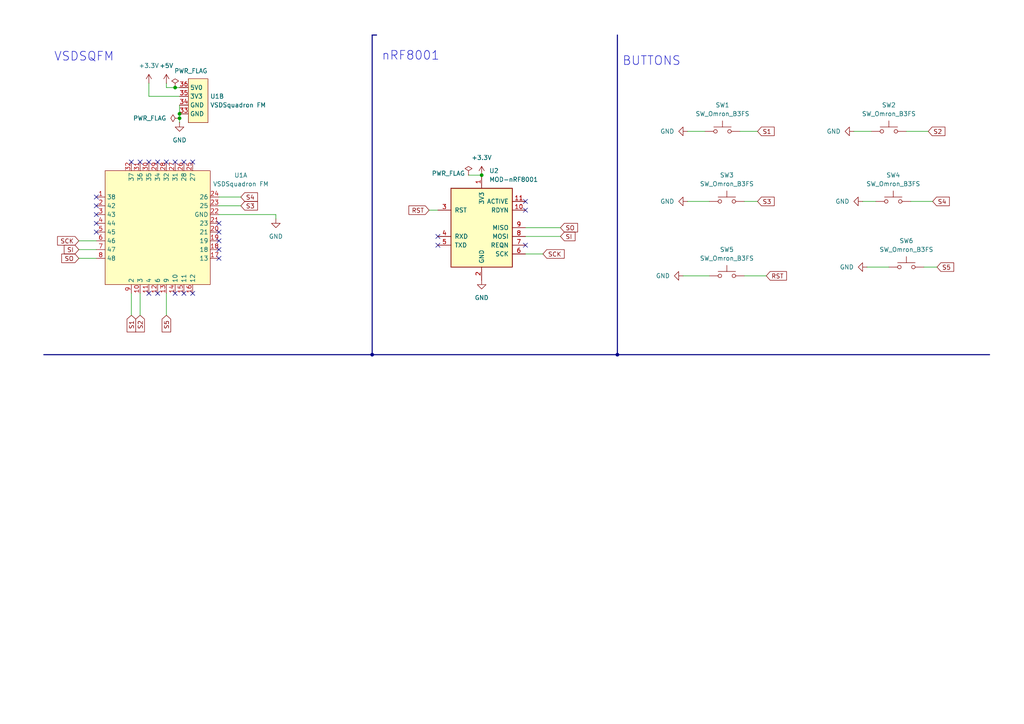
<source format=kicad_sch>
(kicad_sch
	(version 20231120)
	(generator "eeschema")
	(generator_version "8.0")
	(uuid "49c777d2-d794-4831-8e3b-c0682b76e1fb")
	(paper "A4")
	(title_block
		(title "VSD Squadron FM nRF8011")
		(date "2025-01-17")
		(rev "0.1")
		(company "VLSI SYSTEMS DESIGN")
	)
	(lib_symbols
		(symbol "RF_Bluetooth:MOD-nRF8001"
			(pin_names
				(offset 1.016)
			)
			(exclude_from_sim no)
			(in_bom yes)
			(on_board yes)
			(property "Reference" "U"
				(at -7.62 12.7 0)
				(effects
					(font
						(size 1.27 1.27)
					)
				)
			)
			(property "Value" "MOD-nRF8001"
				(at 7.62 -12.7 0)
				(effects
					(font
						(size 1.27 1.27)
					)
				)
			)
			(property "Footprint" "RF_Module:MOD-nRF8001"
				(at 1.27 1.27 0)
				(effects
					(font
						(size 1.27 1.27)
					)
					(hide yes)
				)
			)
			(property "Datasheet" "https://www.olimex.com/Products/Modules/RF/MOD-nRF8001/"
				(at 1.27 0 0)
				(effects
					(font
						(size 1.27 1.27)
					)
					(hide yes)
				)
			)
			(property "Description" "Bluetooth Low Energy module based on nRF8001 chipset"
				(at 0 0 0)
				(effects
					(font
						(size 1.27 1.27)
					)
					(hide yes)
				)
			)
			(property "ki_keywords" "Bluetooth Low Energy nRF8001"
				(at 0 0 0)
				(effects
					(font
						(size 1.27 1.27)
					)
					(hide yes)
				)
			)
			(property "ki_fp_filters" "MOD?nRF8001*"
				(at 0 0 0)
				(effects
					(font
						(size 1.27 1.27)
					)
					(hide yes)
				)
			)
			(symbol "MOD-nRF8001_0_1"
				(rectangle
					(start -8.89 11.43)
					(end 8.89 -11.43)
					(stroke
						(width 0.254)
						(type default)
					)
					(fill
						(type background)
					)
				)
			)
			(symbol "MOD-nRF8001_1_1"
				(pin power_in line
					(at 0 15.24 270)
					(length 3.81)
					(name "3V3"
						(effects
							(font
								(size 1.27 1.27)
							)
						)
					)
					(number "1"
						(effects
							(font
								(size 1.27 1.27)
							)
						)
					)
				)
				(pin output line
					(at 12.7 5.08 180)
					(length 3.81)
					(name "RDYN"
						(effects
							(font
								(size 1.27 1.27)
							)
						)
					)
					(number "10"
						(effects
							(font
								(size 1.27 1.27)
							)
						)
					)
				)
				(pin output line
					(at 12.7 7.62 180)
					(length 3.81)
					(name "ACTIVE"
						(effects
							(font
								(size 1.27 1.27)
							)
						)
					)
					(number "11"
						(effects
							(font
								(size 1.27 1.27)
							)
						)
					)
				)
				(pin power_in line
					(at 0 -15.24 90)
					(length 3.81)
					(name "GND"
						(effects
							(font
								(size 1.27 1.27)
							)
						)
					)
					(number "2"
						(effects
							(font
								(size 1.27 1.27)
							)
						)
					)
				)
				(pin input line
					(at -12.7 5.08 0)
					(length 3.81)
					(name "RST"
						(effects
							(font
								(size 1.27 1.27)
							)
						)
					)
					(number "3"
						(effects
							(font
								(size 1.27 1.27)
							)
						)
					)
				)
				(pin input line
					(at -12.7 -2.54 0)
					(length 3.81)
					(name "RXD"
						(effects
							(font
								(size 1.27 1.27)
							)
						)
					)
					(number "4"
						(effects
							(font
								(size 1.27 1.27)
							)
						)
					)
				)
				(pin output line
					(at -12.7 -5.08 0)
					(length 3.81)
					(name "TXD"
						(effects
							(font
								(size 1.27 1.27)
							)
						)
					)
					(number "5"
						(effects
							(font
								(size 1.27 1.27)
							)
						)
					)
				)
				(pin input line
					(at 12.7 -7.62 180)
					(length 3.81)
					(name "SCK"
						(effects
							(font
								(size 1.27 1.27)
							)
						)
					)
					(number "6"
						(effects
							(font
								(size 1.27 1.27)
							)
						)
					)
				)
				(pin input line
					(at 12.7 -5.08 180)
					(length 3.81)
					(name "REQN"
						(effects
							(font
								(size 1.27 1.27)
							)
						)
					)
					(number "7"
						(effects
							(font
								(size 1.27 1.27)
							)
						)
					)
				)
				(pin input line
					(at 12.7 -2.54 180)
					(length 3.81)
					(name "MOSI"
						(effects
							(font
								(size 1.27 1.27)
							)
						)
					)
					(number "8"
						(effects
							(font
								(size 1.27 1.27)
							)
						)
					)
				)
				(pin output line
					(at 12.7 0 180)
					(length 3.81)
					(name "MISO"
						(effects
							(font
								(size 1.27 1.27)
							)
						)
					)
					(number "9"
						(effects
							(font
								(size 1.27 1.27)
							)
						)
					)
				)
			)
		)
		(symbol "Switch:SW_Omron_B3FS"
			(pin_numbers hide)
			(pin_names
				(offset 1.016) hide)
			(exclude_from_sim no)
			(in_bom yes)
			(on_board yes)
			(property "Reference" "SW"
				(at 1.27 2.54 0)
				(effects
					(font
						(size 1.27 1.27)
					)
					(justify left)
				)
			)
			(property "Value" "SW_Omron_B3FS"
				(at 0 -1.524 0)
				(effects
					(font
						(size 1.27 1.27)
					)
				)
			)
			(property "Footprint" ""
				(at 0 5.08 0)
				(effects
					(font
						(size 1.27 1.27)
					)
					(hide yes)
				)
			)
			(property "Datasheet" "https://omronfs.omron.com/en_US/ecb/products/pdf/en-b3fs.pdf"
				(at 0 5.08 0)
				(effects
					(font
						(size 1.27 1.27)
					)
					(hide yes)
				)
			)
			(property "Description" "Omron B3FS 6x6mm single pole normally-open tactile switch"
				(at 0 0 0)
				(effects
					(font
						(size 1.27 1.27)
					)
					(hide yes)
				)
			)
			(property "ki_keywords" "switch normally-open pushbutton push-button"
				(at 0 0 0)
				(effects
					(font
						(size 1.27 1.27)
					)
					(hide yes)
				)
			)
			(property "ki_fp_filters" "SW*Omron*B3FS*"
				(at 0 0 0)
				(effects
					(font
						(size 1.27 1.27)
					)
					(hide yes)
				)
			)
			(symbol "SW_Omron_B3FS_0_1"
				(circle
					(center -2.032 0)
					(radius 0.508)
					(stroke
						(width 0)
						(type default)
					)
					(fill
						(type none)
					)
				)
				(polyline
					(pts
						(xy 0 1.27) (xy 0 3.048)
					)
					(stroke
						(width 0)
						(type default)
					)
					(fill
						(type none)
					)
				)
				(polyline
					(pts
						(xy 2.54 1.27) (xy -2.54 1.27)
					)
					(stroke
						(width 0)
						(type default)
					)
					(fill
						(type none)
					)
				)
				(circle
					(center 2.032 0)
					(radius 0.508)
					(stroke
						(width 0)
						(type default)
					)
					(fill
						(type none)
					)
				)
				(pin passive line
					(at -5.08 0 0)
					(length 2.54)
					(name "1"
						(effects
							(font
								(size 1.27 1.27)
							)
						)
					)
					(number "1"
						(effects
							(font
								(size 1.27 1.27)
							)
						)
					)
				)
				(pin passive line
					(at 5.08 0 180)
					(length 2.54)
					(name "2"
						(effects
							(font
								(size 1.27 1.27)
							)
						)
					)
					(number "2"
						(effects
							(font
								(size 1.27 1.27)
							)
						)
					)
				)
			)
		)
		(symbol "VSDSquadron_FM:VSDSquadron_FM"
			(exclude_from_sim no)
			(in_bom yes)
			(on_board yes)
			(property "Reference" "U"
				(at -9.398 10.668 0)
				(effects
					(font
						(size 1.27 1.27)
					)
				)
			)
			(property "Value" "VSDSquadron FM"
				(at 2.921 8.509 0)
				(effects
					(font
						(size 1.27 1.27)
					)
				)
			)
			(property "Footprint" "VSDsquadron_FM:VSDSquadron_FM"
				(at 7.747 -2.921 0)
				(effects
					(font
						(size 1.27 1.27)
					)
					(hide yes)
				)
			)
			(property "Datasheet" "https://github.com/yathAg/VSDSquadron_FM"
				(at -1.143 -2.921 0)
				(effects
					(font
						(size 1.27 1.27)
					)
					(hide yes)
				)
			)
			(property "Description" ""
				(at -12.7 15.24 0)
				(effects
					(font
						(size 1.27 1.27)
					)
					(hide yes)
				)
			)
			(property "ki_locked" ""
				(at 0 0 0)
				(effects
					(font
						(size 1.27 1.27)
					)
				)
			)
			(symbol "VSDSquadron_FM_1_0"
				(pin bidirectional line
					(at -2.54 -17.78 90)
					(length 2.54)
					(name "3"
						(effects
							(font
								(size 1.27 1.27)
							)
						)
					)
					(number "10"
						(effects
							(font
								(size 1.27 1.27)
							)
						)
					)
				)
				(pin bidirectional line
					(at 0 -17.78 90)
					(length 2.54)
					(name "4"
						(effects
							(font
								(size 1.27 1.27)
							)
						)
					)
					(number "11"
						(effects
							(font
								(size 1.27 1.27)
							)
						)
					)
				)
				(pin bidirectional line
					(at 2.54 -17.78 90)
					(length 2.54)
					(name "6"
						(effects
							(font
								(size 1.27 1.27)
							)
						)
					)
					(number "12"
						(effects
							(font
								(size 1.27 1.27)
							)
						)
					)
				)
				(pin bidirectional line
					(at 5.08 -17.78 90)
					(length 2.54)
					(name "9"
						(effects
							(font
								(size 1.27 1.27)
							)
						)
					)
					(number "13"
						(effects
							(font
								(size 1.27 1.27)
							)
						)
					)
				)
				(pin bidirectional line
					(at 7.62 -17.78 90)
					(length 2.54)
					(name "10"
						(effects
							(font
								(size 1.27 1.27)
							)
						)
					)
					(number "14"
						(effects
							(font
								(size 1.27 1.27)
							)
						)
					)
				)
				(pin bidirectional line
					(at 20.32 -7.62 180)
					(length 2.54)
					(name "13"
						(effects
							(font
								(size 1.27 1.27)
							)
						)
					)
					(number "17"
						(effects
							(font
								(size 1.27 1.27)
							)
						)
					)
				)
				(pin bidirectional line
					(at 20.32 -5.08 180)
					(length 2.54)
					(name "18"
						(effects
							(font
								(size 1.27 1.27)
							)
						)
					)
					(number "18"
						(effects
							(font
								(size 1.27 1.27)
							)
						)
					)
				)
				(pin bidirectional line
					(at 20.32 -2.54 180)
					(length 2.54)
					(name "19"
						(effects
							(font
								(size 1.27 1.27)
							)
						)
					)
					(number "19"
						(effects
							(font
								(size 1.27 1.27)
							)
						)
					)
				)
				(pin bidirectional line
					(at 20.32 0 180)
					(length 2.54)
					(name "21"
						(effects
							(font
								(size 1.27 1.27)
							)
						)
					)
					(number "20"
						(effects
							(font
								(size 1.27 1.27)
							)
						)
					)
				)
				(pin bidirectional line
					(at 20.32 2.54 180)
					(length 2.54)
					(name "23"
						(effects
							(font
								(size 1.27 1.27)
							)
						)
					)
					(number "21"
						(effects
							(font
								(size 1.27 1.27)
							)
						)
					)
				)
				(pin power_in line
					(at 20.32 5.08 180)
					(length 2.54)
					(name "GND"
						(effects
							(font
								(size 1.27 1.27)
							)
						)
					)
					(number "22"
						(effects
							(font
								(size 1.27 1.27)
							)
						)
					)
				)
				(pin bidirectional line
					(at 20.32 7.62 180)
					(length 2.54)
					(name "25"
						(effects
							(font
								(size 1.27 1.27)
							)
						)
					)
					(number "23"
						(effects
							(font
								(size 1.27 1.27)
							)
						)
					)
				)
				(pin bidirectional line
					(at 20.32 10.16 180)
					(length 2.54)
					(name "26"
						(effects
							(font
								(size 1.27 1.27)
							)
						)
					)
					(number "24"
						(effects
							(font
								(size 1.27 1.27)
							)
						)
					)
				)
				(pin bidirectional line
					(at 12.7 20.32 270)
					(length 2.54)
					(name "27"
						(effects
							(font
								(size 1.27 1.27)
							)
						)
					)
					(number "25"
						(effects
							(font
								(size 1.27 1.27)
							)
						)
					)
				)
				(pin bidirectional line
					(at 10.16 20.32 270)
					(length 2.54)
					(name "28"
						(effects
							(font
								(size 1.27 1.27)
							)
						)
					)
					(number "26"
						(effects
							(font
								(size 1.27 1.27)
							)
						)
					)
				)
				(pin bidirectional line
					(at 2.54 20.32 270)
					(length 2.54)
					(name "34"
						(effects
							(font
								(size 1.27 1.27)
							)
						)
					)
					(number "29"
						(effects
							(font
								(size 1.27 1.27)
							)
						)
					)
				)
				(pin bidirectional line
					(at -15.24 5.08 0)
					(length 2.54)
					(name "43"
						(effects
							(font
								(size 1.27 1.27)
							)
						)
					)
					(number "3"
						(effects
							(font
								(size 1.27 1.27)
							)
						)
					)
				)
				(pin bidirectional line
					(at 0 20.32 270)
					(length 2.54)
					(name "35"
						(effects
							(font
								(size 1.27 1.27)
							)
						)
					)
					(number "30"
						(effects
							(font
								(size 1.27 1.27)
							)
						)
					)
				)
				(pin bidirectional line
					(at -2.54 20.32 270)
					(length 2.54)
					(name "36"
						(effects
							(font
								(size 1.27 1.27)
							)
						)
					)
					(number "31"
						(effects
							(font
								(size 1.27 1.27)
							)
						)
					)
				)
				(pin bidirectional line
					(at -5.08 20.32 270)
					(length 2.54)
					(name "37"
						(effects
							(font
								(size 1.27 1.27)
							)
						)
					)
					(number "32"
						(effects
							(font
								(size 1.27 1.27)
							)
						)
					)
				)
				(pin bidirectional line
					(at -15.24 2.54 0)
					(length 2.54)
					(name "44"
						(effects
							(font
								(size 1.27 1.27)
							)
						)
					)
					(number "4"
						(effects
							(font
								(size 1.27 1.27)
							)
						)
					)
				)
				(pin bidirectional line
					(at -15.24 0 0)
					(length 2.54)
					(name "45"
						(effects
							(font
								(size 1.27 1.27)
							)
						)
					)
					(number "5"
						(effects
							(font
								(size 1.27 1.27)
							)
						)
					)
				)
				(pin bidirectional line
					(at -15.24 -2.54 0)
					(length 2.54)
					(name "46"
						(effects
							(font
								(size 1.27 1.27)
							)
						)
					)
					(number "6"
						(effects
							(font
								(size 1.27 1.27)
							)
						)
					)
				)
				(pin bidirectional line
					(at -15.24 -5.08 0)
					(length 2.54)
					(name "47"
						(effects
							(font
								(size 1.27 1.27)
							)
						)
					)
					(number "7"
						(effects
							(font
								(size 1.27 1.27)
							)
						)
					)
				)
			)
			(symbol "VSDSquadron_FM_1_1"
				(rectangle
					(start -12.7 17.78)
					(end 17.78 -15.24)
					(stroke
						(width 0)
						(type default)
					)
					(fill
						(type background)
					)
				)
				(pin bidirectional line
					(at -15.24 10.16 0)
					(length 2.54)
					(name "38"
						(effects
							(font
								(size 1.27 1.27)
							)
						)
					)
					(number "1"
						(effects
							(font
								(size 1.27 1.27)
							)
						)
					)
				)
				(pin bidirectional line
					(at 10.16 -17.78 90)
					(length 2.54)
					(name "11"
						(effects
							(font
								(size 1.27 1.27)
							)
						)
					)
					(number "15"
						(effects
							(font
								(size 1.27 1.27)
							)
						)
					)
				)
				(pin bidirectional line
					(at 12.7 -17.78 90)
					(length 2.54)
					(name "12"
						(effects
							(font
								(size 1.27 1.27)
							)
						)
					)
					(number "16"
						(effects
							(font
								(size 1.27 1.27)
							)
						)
					)
				)
				(pin bidirectional line
					(at -15.24 7.62 0)
					(length 2.54)
					(name "42"
						(effects
							(font
								(size 1.27 1.27)
							)
						)
					)
					(number "2"
						(effects
							(font
								(size 1.27 1.27)
							)
						)
					)
				)
				(pin bidirectional line
					(at 7.62 20.32 270)
					(length 2.54)
					(name "31"
						(effects
							(font
								(size 1.27 1.27)
							)
						)
					)
					(number "27"
						(effects
							(font
								(size 1.27 1.27)
							)
						)
					)
				)
				(pin bidirectional line
					(at 5.08 20.32 270)
					(length 2.54)
					(name "32"
						(effects
							(font
								(size 1.27 1.27)
							)
						)
					)
					(number "28"
						(effects
							(font
								(size 1.27 1.27)
							)
						)
					)
				)
				(pin bidirectional line
					(at -15.24 -7.62 0)
					(length 2.54)
					(name "48"
						(effects
							(font
								(size 1.27 1.27)
							)
						)
					)
					(number "8"
						(effects
							(font
								(size 1.27 1.27)
							)
						)
					)
				)
				(pin bidirectional line
					(at -5.08 -17.78 90)
					(length 2.54)
					(name "2"
						(effects
							(font
								(size 1.27 1.27)
							)
						)
					)
					(number "9"
						(effects
							(font
								(size 1.27 1.27)
							)
						)
					)
				)
			)
			(symbol "VSDSquadron_FM_2_1"
				(rectangle
					(start -2.54 2.54)
					(end 3.175 -10.16)
					(stroke
						(width 0)
						(type default)
					)
					(fill
						(type background)
					)
				)
				(pin power_in line
					(at -5.08 -7.62 0)
					(length 2.54)
					(name "GND"
						(effects
							(font
								(size 1.27 1.27)
							)
						)
					)
					(number "33"
						(effects
							(font
								(size 1.27 1.27)
							)
						)
					)
				)
				(pin power_in line
					(at -5.08 -5.08 0)
					(length 2.54)
					(name "GND"
						(effects
							(font
								(size 1.27 1.27)
							)
						)
					)
					(number "34"
						(effects
							(font
								(size 1.27 1.27)
							)
						)
					)
				)
				(pin power_in line
					(at -5.08 -2.54 0)
					(length 2.54)
					(name "3V3"
						(effects
							(font
								(size 1.27 1.27)
							)
						)
					)
					(number "35"
						(effects
							(font
								(size 1.27 1.27)
							)
						)
					)
				)
				(pin power_in line
					(at -5.08 0 0)
					(length 2.54)
					(name "5V0"
						(effects
							(font
								(size 1.27 1.27)
							)
						)
					)
					(number "36"
						(effects
							(font
								(size 1.27 1.27)
							)
						)
					)
				)
			)
		)
		(symbol "power:+3.3V"
			(power)
			(pin_numbers hide)
			(pin_names
				(offset 0) hide)
			(exclude_from_sim no)
			(in_bom yes)
			(on_board yes)
			(property "Reference" "#PWR"
				(at 0 -3.81 0)
				(effects
					(font
						(size 1.27 1.27)
					)
					(hide yes)
				)
			)
			(property "Value" "+3.3V"
				(at 0 3.556 0)
				(effects
					(font
						(size 1.27 1.27)
					)
				)
			)
			(property "Footprint" ""
				(at 0 0 0)
				(effects
					(font
						(size 1.27 1.27)
					)
					(hide yes)
				)
			)
			(property "Datasheet" ""
				(at 0 0 0)
				(effects
					(font
						(size 1.27 1.27)
					)
					(hide yes)
				)
			)
			(property "Description" "Power symbol creates a global label with name \"+3.3V\""
				(at 0 0 0)
				(effects
					(font
						(size 1.27 1.27)
					)
					(hide yes)
				)
			)
			(property "ki_keywords" "global power"
				(at 0 0 0)
				(effects
					(font
						(size 1.27 1.27)
					)
					(hide yes)
				)
			)
			(symbol "+3.3V_0_1"
				(polyline
					(pts
						(xy -0.762 1.27) (xy 0 2.54)
					)
					(stroke
						(width 0)
						(type default)
					)
					(fill
						(type none)
					)
				)
				(polyline
					(pts
						(xy 0 0) (xy 0 2.54)
					)
					(stroke
						(width 0)
						(type default)
					)
					(fill
						(type none)
					)
				)
				(polyline
					(pts
						(xy 0 2.54) (xy 0.762 1.27)
					)
					(stroke
						(width 0)
						(type default)
					)
					(fill
						(type none)
					)
				)
			)
			(symbol "+3.3V_1_1"
				(pin power_in line
					(at 0 0 90)
					(length 0)
					(name "~"
						(effects
							(font
								(size 1.27 1.27)
							)
						)
					)
					(number "1"
						(effects
							(font
								(size 1.27 1.27)
							)
						)
					)
				)
			)
		)
		(symbol "power:+5V"
			(power)
			(pin_numbers hide)
			(pin_names
				(offset 0) hide)
			(exclude_from_sim no)
			(in_bom yes)
			(on_board yes)
			(property "Reference" "#PWR"
				(at 0 -3.81 0)
				(effects
					(font
						(size 1.27 1.27)
					)
					(hide yes)
				)
			)
			(property "Value" "+5V"
				(at 0 3.556 0)
				(effects
					(font
						(size 1.27 1.27)
					)
				)
			)
			(property "Footprint" ""
				(at 0 0 0)
				(effects
					(font
						(size 1.27 1.27)
					)
					(hide yes)
				)
			)
			(property "Datasheet" ""
				(at 0 0 0)
				(effects
					(font
						(size 1.27 1.27)
					)
					(hide yes)
				)
			)
			(property "Description" "Power symbol creates a global label with name \"+5V\""
				(at 0 0 0)
				(effects
					(font
						(size 1.27 1.27)
					)
					(hide yes)
				)
			)
			(property "ki_keywords" "global power"
				(at 0 0 0)
				(effects
					(font
						(size 1.27 1.27)
					)
					(hide yes)
				)
			)
			(symbol "+5V_0_1"
				(polyline
					(pts
						(xy -0.762 1.27) (xy 0 2.54)
					)
					(stroke
						(width 0)
						(type default)
					)
					(fill
						(type none)
					)
				)
				(polyline
					(pts
						(xy 0 0) (xy 0 2.54)
					)
					(stroke
						(width 0)
						(type default)
					)
					(fill
						(type none)
					)
				)
				(polyline
					(pts
						(xy 0 2.54) (xy 0.762 1.27)
					)
					(stroke
						(width 0)
						(type default)
					)
					(fill
						(type none)
					)
				)
			)
			(symbol "+5V_1_1"
				(pin power_in line
					(at 0 0 90)
					(length 0)
					(name "~"
						(effects
							(font
								(size 1.27 1.27)
							)
						)
					)
					(number "1"
						(effects
							(font
								(size 1.27 1.27)
							)
						)
					)
				)
			)
		)
		(symbol "power:GND"
			(power)
			(pin_numbers hide)
			(pin_names
				(offset 0) hide)
			(exclude_from_sim no)
			(in_bom yes)
			(on_board yes)
			(property "Reference" "#PWR"
				(at 0 -6.35 0)
				(effects
					(font
						(size 1.27 1.27)
					)
					(hide yes)
				)
			)
			(property "Value" "GND"
				(at 0 -3.81 0)
				(effects
					(font
						(size 1.27 1.27)
					)
				)
			)
			(property "Footprint" ""
				(at 0 0 0)
				(effects
					(font
						(size 1.27 1.27)
					)
					(hide yes)
				)
			)
			(property "Datasheet" ""
				(at 0 0 0)
				(effects
					(font
						(size 1.27 1.27)
					)
					(hide yes)
				)
			)
			(property "Description" "Power symbol creates a global label with name \"GND\" , ground"
				(at 0 0 0)
				(effects
					(font
						(size 1.27 1.27)
					)
					(hide yes)
				)
			)
			(property "ki_keywords" "global power"
				(at 0 0 0)
				(effects
					(font
						(size 1.27 1.27)
					)
					(hide yes)
				)
			)
			(symbol "GND_0_1"
				(polyline
					(pts
						(xy 0 0) (xy 0 -1.27) (xy 1.27 -1.27) (xy 0 -2.54) (xy -1.27 -1.27) (xy 0 -1.27)
					)
					(stroke
						(width 0)
						(type default)
					)
					(fill
						(type none)
					)
				)
			)
			(symbol "GND_1_1"
				(pin power_in line
					(at 0 0 270)
					(length 0)
					(name "~"
						(effects
							(font
								(size 1.27 1.27)
							)
						)
					)
					(number "1"
						(effects
							(font
								(size 1.27 1.27)
							)
						)
					)
				)
			)
		)
		(symbol "power:PWR_FLAG"
			(power)
			(pin_numbers hide)
			(pin_names
				(offset 0) hide)
			(exclude_from_sim no)
			(in_bom yes)
			(on_board yes)
			(property "Reference" "#FLG"
				(at 0 1.905 0)
				(effects
					(font
						(size 1.27 1.27)
					)
					(hide yes)
				)
			)
			(property "Value" "PWR_FLAG"
				(at 0 3.81 0)
				(effects
					(font
						(size 1.27 1.27)
					)
				)
			)
			(property "Footprint" ""
				(at 0 0 0)
				(effects
					(font
						(size 1.27 1.27)
					)
					(hide yes)
				)
			)
			(property "Datasheet" "~"
				(at 0 0 0)
				(effects
					(font
						(size 1.27 1.27)
					)
					(hide yes)
				)
			)
			(property "Description" "Special symbol for telling ERC where power comes from"
				(at 0 0 0)
				(effects
					(font
						(size 1.27 1.27)
					)
					(hide yes)
				)
			)
			(property "ki_keywords" "flag power"
				(at 0 0 0)
				(effects
					(font
						(size 1.27 1.27)
					)
					(hide yes)
				)
			)
			(symbol "PWR_FLAG_0_0"
				(pin power_out line
					(at 0 0 90)
					(length 0)
					(name "~"
						(effects
							(font
								(size 1.27 1.27)
							)
						)
					)
					(number "1"
						(effects
							(font
								(size 1.27 1.27)
							)
						)
					)
				)
			)
			(symbol "PWR_FLAG_0_1"
				(polyline
					(pts
						(xy 0 0) (xy 0 1.27) (xy -1.016 1.905) (xy 0 2.54) (xy 1.016 1.905) (xy 0 1.27)
					)
					(stroke
						(width 0)
						(type default)
					)
					(fill
						(type none)
					)
				)
			)
		)
	)
	(junction
		(at 50.8 25.4)
		(diameter 0)
		(color 0 0 0 0)
		(uuid "11f8159d-6f60-4fdd-afe9-33bb101953e1")
	)
	(junction
		(at 52.07 33.02)
		(diameter 0)
		(color 0 0 0 0)
		(uuid "21712025-8ed2-4ada-a617-6f746ebe5ce7")
	)
	(junction
		(at 107.95 102.87)
		(diameter 0)
		(color 0 0 0 0)
		(uuid "3f94077b-637e-4f6b-a382-5b06c6f87592")
	)
	(junction
		(at 179.07 102.87)
		(diameter 0)
		(color 0 0 0 0)
		(uuid "79eaff45-9521-48dc-b18c-36fd009e6466")
	)
	(junction
		(at 139.7 50.8)
		(diameter 0)
		(color 0 0 0 0)
		(uuid "8e250662-9419-4559-96a6-db02b12d206b")
	)
	(junction
		(at 52.07 34.29)
		(diameter 0)
		(color 0 0 0 0)
		(uuid "95aa4443-37b4-4210-9750-2cc13856b635")
	)
	(no_connect
		(at 27.94 62.23)
		(uuid "06c6f99f-7b8b-40ae-b373-c49d25044930")
	)
	(no_connect
		(at 27.94 67.31)
		(uuid "0c21d623-8322-41c9-99fb-c00882ab88cf")
	)
	(no_connect
		(at 127 68.58)
		(uuid "128f9093-cc46-47ba-ad8e-d396139478e2")
	)
	(no_connect
		(at 27.94 59.69)
		(uuid "168a6d20-d770-42a9-8aa5-6f78a8a49e8d")
	)
	(no_connect
		(at 45.72 46.99)
		(uuid "1f8f1808-fbc9-4f61-abf9-046dc5008830")
	)
	(no_connect
		(at 63.5 69.85)
		(uuid "21f142aa-16f4-45f7-a6b1-0593b74a4d10")
	)
	(no_connect
		(at 43.18 85.09)
		(uuid "2595d75b-2897-434a-be77-9bff1c4a09a9")
	)
	(no_connect
		(at 152.4 60.96)
		(uuid "2a032d6c-b1ad-45a7-aef0-701c2addf0cd")
	)
	(no_connect
		(at 50.8 85.09)
		(uuid "2da6f68f-c3ea-4b30-950c-3cc4aca07ff4")
	)
	(no_connect
		(at 63.5 64.77)
		(uuid "32682e38-4f21-490d-8c27-f80e780a3846")
	)
	(no_connect
		(at 53.34 85.09)
		(uuid "3ce379a8-7519-4e0d-94d2-94056cc5ec3f")
	)
	(no_connect
		(at 55.88 85.09)
		(uuid "3ef304f1-098d-486d-b6ff-a42e242a7616")
	)
	(no_connect
		(at 55.88 46.99)
		(uuid "4286094d-b09d-4766-acb7-4b29baf805a8")
	)
	(no_connect
		(at 48.26 46.99)
		(uuid "47059be1-4eea-49a7-b99b-5863c63d35a4")
	)
	(no_connect
		(at 27.94 57.15)
		(uuid "48158448-71b1-486f-a253-b50eecbfdf55")
	)
	(no_connect
		(at 152.4 58.42)
		(uuid "49040f8d-f451-4125-9844-729c9a8b42e3")
	)
	(no_connect
		(at 63.5 67.31)
		(uuid "50458c6d-124f-44f2-b031-6d78313a4a2c")
	)
	(no_connect
		(at 53.34 46.99)
		(uuid "528d59fa-deac-4d81-b448-b2500d88e6e8")
	)
	(no_connect
		(at 63.5 72.39)
		(uuid "5d6d40d0-dc66-427f-bfd0-647a2d639f2a")
	)
	(no_connect
		(at 38.1 46.99)
		(uuid "6804ecf5-8c1b-412b-84f4-69c9172f4dcf")
	)
	(no_connect
		(at 152.4 71.12)
		(uuid "88da4a0f-8325-4d62-b56f-c910631039a1")
	)
	(no_connect
		(at 43.18 46.99)
		(uuid "89fd7100-f71d-4788-9e5a-d0f1fcab2657")
	)
	(no_connect
		(at 40.64 46.99)
		(uuid "93c0a88b-9d5a-4e4a-98f2-686cd4ee0215")
	)
	(no_connect
		(at 63.5 74.93)
		(uuid "a4136594-f709-4ca8-a54a-674ca43c9415")
	)
	(no_connect
		(at 127 71.12)
		(uuid "c7c70ed5-49e3-4e3a-9884-efcd2bd2ba6a")
	)
	(no_connect
		(at 45.72 85.09)
		(uuid "ca215542-a43f-468d-aae3-75b040e718f6")
	)
	(no_connect
		(at 27.94 64.77)
		(uuid "ddcc013d-35cc-40e3-b7fa-a7080d6b6865")
	)
	(no_connect
		(at 50.8 46.99)
		(uuid "e227605c-6010-44a6-95cc-ca2dac512878")
	)
	(wire
		(pts
			(xy 199.39 38.1) (xy 204.47 38.1)
		)
		(stroke
			(width 0)
			(type default)
		)
		(uuid "026955e8-7e1d-4d2e-8d80-d0ec0460b939")
	)
	(wire
		(pts
			(xy 40.64 85.09) (xy 40.64 91.44)
		)
		(stroke
			(width 0)
			(type default)
		)
		(uuid "033a7293-fd0f-488b-9bbb-34cffe662baf")
	)
	(bus
		(pts
			(xy 179.07 102.87) (xy 287.02 102.87)
		)
		(stroke
			(width 0)
			(type default)
		)
		(uuid "0f98125c-47ac-4f2b-907c-1bdb0cf25a47")
	)
	(wire
		(pts
			(xy 22.86 72.39) (xy 27.94 72.39)
		)
		(stroke
			(width 0)
			(type default)
		)
		(uuid "15df14df-299b-4564-b4e9-9723e6307203")
	)
	(wire
		(pts
			(xy 43.18 24.13) (xy 43.18 27.94)
		)
		(stroke
			(width 0)
			(type default)
		)
		(uuid "165a5bf8-9f7c-4c9d-b1fd-a126acef0f18")
	)
	(wire
		(pts
			(xy 52.07 34.29) (xy 52.07 35.56)
		)
		(stroke
			(width 0)
			(type default)
		)
		(uuid "16c6e99d-b1dc-4307-8895-59b471654066")
	)
	(wire
		(pts
			(xy 162.56 66.04) (xy 152.4 66.04)
		)
		(stroke
			(width 0)
			(type default)
		)
		(uuid "1a48c72a-3ed1-4583-9c8e-ba77ea16ca40")
	)
	(wire
		(pts
			(xy 247.65 38.1) (xy 252.73 38.1)
		)
		(stroke
			(width 0)
			(type default)
		)
		(uuid "1e59a795-0464-4573-9184-4d0471912ac4")
	)
	(wire
		(pts
			(xy 48.26 24.13) (xy 48.26 25.4)
		)
		(stroke
			(width 0)
			(type default)
		)
		(uuid "1fb6ae1b-6ebf-4b9b-89b2-8cd6184f2ae5")
	)
	(wire
		(pts
			(xy 27.94 69.85) (xy 22.86 69.85)
		)
		(stroke
			(width 0)
			(type default)
		)
		(uuid "2161db17-b8c4-48e7-a083-b5a51a910456")
	)
	(wire
		(pts
			(xy 52.07 30.48) (xy 52.07 33.02)
		)
		(stroke
			(width 0)
			(type default)
		)
		(uuid "2904ec3e-01f9-4237-bdd8-88b3a8954afc")
	)
	(wire
		(pts
			(xy 198.12 80.01) (xy 205.74 80.01)
		)
		(stroke
			(width 0)
			(type default)
		)
		(uuid "2c851ccf-f3b0-42f0-a0d2-0836bea489c1")
	)
	(wire
		(pts
			(xy 52.07 33.02) (xy 52.07 34.29)
		)
		(stroke
			(width 0)
			(type default)
		)
		(uuid "37aad02e-1e33-4585-85d0-fd366a3d1ecc")
	)
	(wire
		(pts
			(xy 22.86 74.93) (xy 27.94 74.93)
		)
		(stroke
			(width 0)
			(type default)
		)
		(uuid "382b6f39-07b6-4f95-b995-81e3d9e0fdc2")
	)
	(wire
		(pts
			(xy 63.5 62.23) (xy 80.01 62.23)
		)
		(stroke
			(width 0)
			(type default)
		)
		(uuid "42a65875-75d2-4260-a247-43ac2d4fde23")
	)
	(wire
		(pts
			(xy 214.63 38.1) (xy 219.71 38.1)
		)
		(stroke
			(width 0)
			(type default)
		)
		(uuid "49c17406-d3fc-46ff-987b-3b13cce60b40")
	)
	(wire
		(pts
			(xy 63.5 59.69) (xy 69.85 59.69)
		)
		(stroke
			(width 0)
			(type default)
		)
		(uuid "4f9ae6b2-d5d3-45b9-a1f7-b0a68427bb27")
	)
	(wire
		(pts
			(xy 38.1 85.09) (xy 38.1 91.44)
		)
		(stroke
			(width 0)
			(type default)
		)
		(uuid "562b648c-6c3c-4131-9588-ef5145bc4a84")
	)
	(bus
		(pts
			(xy 12.7 102.87) (xy 107.95 102.87)
		)
		(stroke
			(width 0)
			(type default)
		)
		(uuid "5e73b5ed-2bd3-45ae-b55c-72b8a56ad306")
	)
	(wire
		(pts
			(xy 63.5 57.15) (xy 69.85 57.15)
		)
		(stroke
			(width 0)
			(type default)
		)
		(uuid "6746cf7a-70f0-4f2d-b4ff-0641a10cd18e")
	)
	(wire
		(pts
			(xy 48.26 85.09) (xy 48.26 91.44)
		)
		(stroke
			(width 0)
			(type default)
		)
		(uuid "87705966-e691-4133-b8b8-b60459a13c51")
	)
	(bus
		(pts
			(xy 179.07 10.16) (xy 179.07 102.87)
		)
		(stroke
			(width 0)
			(type default)
		)
		(uuid "89fcba66-4cd5-4644-a7ea-50bff8c78990")
	)
	(bus
		(pts
			(xy 107.95 102.87) (xy 179.07 102.87)
		)
		(stroke
			(width 0)
			(type default)
		)
		(uuid "8cab863a-a52b-47f3-9ce9-175cbefc5fc2")
	)
	(wire
		(pts
			(xy 152.4 68.58) (xy 162.56 68.58)
		)
		(stroke
			(width 0)
			(type default)
		)
		(uuid "95bceb65-f209-45d3-a17e-3b743b90473c")
	)
	(wire
		(pts
			(xy 124.46 60.96) (xy 127 60.96)
		)
		(stroke
			(width 0)
			(type default)
		)
		(uuid "99cbeeb3-3f6b-47b3-b7ae-cddf79968103")
	)
	(wire
		(pts
			(xy 215.9 58.42) (xy 219.71 58.42)
		)
		(stroke
			(width 0)
			(type default)
		)
		(uuid "9a9539c0-16c2-48ea-a9cb-4acde7bad92d")
	)
	(wire
		(pts
			(xy 250.19 58.42) (xy 254 58.42)
		)
		(stroke
			(width 0)
			(type default)
		)
		(uuid "9b7b3668-d13a-439d-9549-7de9e7065b0e")
	)
	(wire
		(pts
			(xy 48.26 25.4) (xy 50.8 25.4)
		)
		(stroke
			(width 0)
			(type default)
		)
		(uuid "a2a3abac-6ac5-41e0-aaea-4ac38e87b793")
	)
	(wire
		(pts
			(xy 43.18 27.94) (xy 52.07 27.94)
		)
		(stroke
			(width 0)
			(type default)
		)
		(uuid "a9e8603a-ce98-42ff-a9b2-61819e0f31fa")
	)
	(bus
		(pts
			(xy 107.95 102.87) (xy 107.95 10.16)
		)
		(stroke
			(width 0)
			(type default)
		)
		(uuid "a9ea07ff-eeaf-4141-95ae-e6edb2908fa9")
	)
	(wire
		(pts
			(xy 264.16 58.42) (xy 270.51 58.42)
		)
		(stroke
			(width 0)
			(type default)
		)
		(uuid "af8d8ec5-3857-4d24-b207-1ebb1a143368")
	)
	(wire
		(pts
			(xy 267.97 77.47) (xy 271.78 77.47)
		)
		(stroke
			(width 0)
			(type default)
		)
		(uuid "b4b248bc-0ba6-4b76-9aeb-49bc8ca3330f")
	)
	(wire
		(pts
			(xy 152.4 73.66) (xy 157.48 73.66)
		)
		(stroke
			(width 0)
			(type default)
		)
		(uuid "bd6d2956-9a1a-4846-af2c-8e068f43204b")
	)
	(wire
		(pts
			(xy 80.01 62.23) (xy 80.01 63.5)
		)
		(stroke
			(width 0)
			(type default)
		)
		(uuid "c653ad2d-e222-4484-a592-7e08eb7d21e3")
	)
	(wire
		(pts
			(xy 50.8 25.4) (xy 52.07 25.4)
		)
		(stroke
			(width 0)
			(type default)
		)
		(uuid "c75f5a29-77be-4d27-9664-590fe7d1ef72")
	)
	(wire
		(pts
			(xy 251.46 77.47) (xy 257.81 77.47)
		)
		(stroke
			(width 0)
			(type default)
		)
		(uuid "cb604078-4d7c-4087-91ad-72b05de3c6c9")
	)
	(bus
		(pts
			(xy 107.95 10.16) (xy 109.22 10.16)
		)
		(stroke
			(width 0)
			(type default)
		)
		(uuid "cda27b13-8d8c-4498-9806-ae437547b85f")
	)
	(wire
		(pts
			(xy 135.89 50.8) (xy 139.7 50.8)
		)
		(stroke
			(width 0)
			(type default)
		)
		(uuid "d6a02b98-4726-4f2f-9e02-69b427c64e06")
	)
	(wire
		(pts
			(xy 215.9 80.01) (xy 222.25 80.01)
		)
		(stroke
			(width 0)
			(type default)
		)
		(uuid "df83f933-40b4-4ddd-85b6-2860d144c767")
	)
	(wire
		(pts
			(xy 199.39 58.42) (xy 205.74 58.42)
		)
		(stroke
			(width 0)
			(type default)
		)
		(uuid "e32f90b7-7e3a-4e37-a87d-5b210d60b90d")
	)
	(wire
		(pts
			(xy 262.89 38.1) (xy 269.24 38.1)
		)
		(stroke
			(width 0)
			(type default)
		)
		(uuid "f02d0dcb-2e9d-43ed-bbae-5447eed23cbe")
	)
	(text "BUTTONS"
		(exclude_from_sim no)
		(at 188.976 17.78 0)
		(effects
			(font
				(size 2.54 2.54)
			)
		)
		(uuid "6f349060-bcd4-4080-8daf-27c7c6c35ba4")
	)
	(text "nRF8001"
		(exclude_from_sim no)
		(at 119.126 16.256 0)
		(effects
			(font
				(size 2.54 2.54)
			)
		)
		(uuid "6fb84ab5-26d7-433f-9673-76d61d1056bf")
	)
	(text "VSDSQFM"
		(exclude_from_sim no)
		(at 24.384 16.51 0)
		(effects
			(font
				(size 2.54 2.54)
			)
		)
		(uuid "aaedd608-7599-4322-b213-1c4234764faa")
	)
	(global_label "SO"
		(shape input)
		(at 162.56 66.04 0)
		(fields_autoplaced yes)
		(effects
			(font
				(size 1.27 1.27)
			)
			(justify left)
		)
		(uuid "1501c76c-b301-4f69-9d4d-440b873f0ae0")
		(property "Intersheetrefs" "${INTERSHEET_REFS}"
			(at 168.0852 66.04 0)
			(effects
				(font
					(size 1.27 1.27)
				)
				(justify left)
				(hide yes)
			)
		)
	)
	(global_label "RST"
		(shape input)
		(at 222.25 80.01 0)
		(fields_autoplaced yes)
		(effects
			(font
				(size 1.27 1.27)
			)
			(justify left)
		)
		(uuid "1dfd45ca-539f-41ce-90e0-e7bc2e7997df")
		(property "Intersheetrefs" "${INTERSHEET_REFS}"
			(at 228.6823 80.01 0)
			(effects
				(font
					(size 1.27 1.27)
				)
				(justify left)
				(hide yes)
			)
		)
	)
	(global_label "SO"
		(shape input)
		(at 22.86 74.93 180)
		(fields_autoplaced yes)
		(effects
			(font
				(size 1.27 1.27)
			)
			(justify right)
		)
		(uuid "1f55e8b0-4713-4926-a801-3209c477d6d7")
		(property "Intersheetrefs" "${INTERSHEET_REFS}"
			(at 17.3348 74.93 0)
			(effects
				(font
					(size 1.27 1.27)
				)
				(justify right)
				(hide yes)
			)
		)
	)
	(global_label "S4"
		(shape input)
		(at 270.51 58.42 0)
		(fields_autoplaced yes)
		(effects
			(font
				(size 1.27 1.27)
			)
			(justify left)
		)
		(uuid "20088ee8-7fb9-4422-97a9-eddd0d4dbc21")
		(property "Intersheetrefs" "${INTERSHEET_REFS}"
			(at 275.9142 58.42 0)
			(effects
				(font
					(size 1.27 1.27)
				)
				(justify left)
				(hide yes)
			)
		)
	)
	(global_label "SCK"
		(shape input)
		(at 22.86 69.85 180)
		(fields_autoplaced yes)
		(effects
			(font
				(size 1.27 1.27)
			)
			(justify right)
		)
		(uuid "4aa29850-64cc-48c0-a8d1-c7b2e843b1d3")
		(property "Intersheetrefs" "${INTERSHEET_REFS}"
			(at 16.1253 69.85 0)
			(effects
				(font
					(size 1.27 1.27)
				)
				(justify right)
				(hide yes)
			)
		)
	)
	(global_label "S4"
		(shape input)
		(at 69.85 57.15 0)
		(fields_autoplaced yes)
		(effects
			(font
				(size 1.27 1.27)
			)
			(justify left)
		)
		(uuid "51c8e7f9-003c-4896-9174-0209abae2f5a")
		(property "Intersheetrefs" "${INTERSHEET_REFS}"
			(at 75.2542 57.15 0)
			(effects
				(font
					(size 1.27 1.27)
				)
				(justify left)
				(hide yes)
			)
		)
	)
	(global_label "SI"
		(shape input)
		(at 22.86 72.39 180)
		(fields_autoplaced yes)
		(effects
			(font
				(size 1.27 1.27)
			)
			(justify right)
		)
		(uuid "a433c624-b8f3-4524-ba99-adc9906ad11c")
		(property "Intersheetrefs" "${INTERSHEET_REFS}"
			(at 18.0605 72.39 0)
			(effects
				(font
					(size 1.27 1.27)
				)
				(justify right)
				(hide yes)
			)
		)
	)
	(global_label "SI"
		(shape input)
		(at 162.56 68.58 0)
		(fields_autoplaced yes)
		(effects
			(font
				(size 1.27 1.27)
			)
			(justify left)
		)
		(uuid "a457e1d1-40b2-4e00-a9fc-ab63c67a62fe")
		(property "Intersheetrefs" "${INTERSHEET_REFS}"
			(at 167.3595 68.58 0)
			(effects
				(font
					(size 1.27 1.27)
				)
				(justify left)
				(hide yes)
			)
		)
	)
	(global_label "S2"
		(shape input)
		(at 269.24 38.1 0)
		(fields_autoplaced yes)
		(effects
			(font
				(size 1.27 1.27)
			)
			(justify left)
		)
		(uuid "b2d68222-cfde-41b3-8f3d-cb6bd1401173")
		(property "Intersheetrefs" "${INTERSHEET_REFS}"
			(at 274.6442 38.1 0)
			(effects
				(font
					(size 1.27 1.27)
				)
				(justify left)
				(hide yes)
			)
		)
	)
	(global_label "S2"
		(shape input)
		(at 40.64 91.44 270)
		(fields_autoplaced yes)
		(effects
			(font
				(size 1.27 1.27)
			)
			(justify right)
		)
		(uuid "b717030f-0e5e-4692-ac26-b8bfcb7d4531")
		(property "Intersheetrefs" "${INTERSHEET_REFS}"
			(at 40.64 96.8442 90)
			(effects
				(font
					(size 1.27 1.27)
				)
				(justify right)
				(hide yes)
			)
		)
	)
	(global_label "SCK"
		(shape input)
		(at 157.48 73.66 0)
		(fields_autoplaced yes)
		(effects
			(font
				(size 1.27 1.27)
			)
			(justify left)
		)
		(uuid "b9fb47f5-9f0a-4dd7-8993-713db170eee4")
		(property "Intersheetrefs" "${INTERSHEET_REFS}"
			(at 164.2147 73.66 0)
			(effects
				(font
					(size 1.27 1.27)
				)
				(justify left)
				(hide yes)
			)
		)
	)
	(global_label "S1"
		(shape input)
		(at 38.1 91.44 270)
		(fields_autoplaced yes)
		(effects
			(font
				(size 1.27 1.27)
			)
			(justify right)
		)
		(uuid "bb1fe23a-aa14-4e77-803c-ed9dc33e6199")
		(property "Intersheetrefs" "${INTERSHEET_REFS}"
			(at 38.1 96.8442 90)
			(effects
				(font
					(size 1.27 1.27)
				)
				(justify right)
				(hide yes)
			)
		)
	)
	(global_label "S5"
		(shape input)
		(at 271.78 77.47 0)
		(fields_autoplaced yes)
		(effects
			(font
				(size 1.27 1.27)
			)
			(justify left)
		)
		(uuid "bb636f6a-cfbb-4128-b421-3dcaa3354452")
		(property "Intersheetrefs" "${INTERSHEET_REFS}"
			(at 277.1842 77.47 0)
			(effects
				(font
					(size 1.27 1.27)
				)
				(justify left)
				(hide yes)
			)
		)
	)
	(global_label "S3"
		(shape input)
		(at 69.85 59.69 0)
		(fields_autoplaced yes)
		(effects
			(font
				(size 1.27 1.27)
			)
			(justify left)
		)
		(uuid "bc68a74c-9624-41be-b16e-ecbd46a1826a")
		(property "Intersheetrefs" "${INTERSHEET_REFS}"
			(at 75.2542 59.69 0)
			(effects
				(font
					(size 1.27 1.27)
				)
				(justify left)
				(hide yes)
			)
		)
	)
	(global_label "S1"
		(shape input)
		(at 219.71 38.1 0)
		(fields_autoplaced yes)
		(effects
			(font
				(size 1.27 1.27)
			)
			(justify left)
		)
		(uuid "bfd7a33b-4339-4d6c-9b8a-4c92fff8a56b")
		(property "Intersheetrefs" "${INTERSHEET_REFS}"
			(at 225.1142 38.1 0)
			(effects
				(font
					(size 1.27 1.27)
				)
				(justify left)
				(hide yes)
			)
		)
	)
	(global_label "RST"
		(shape input)
		(at 124.46 60.96 180)
		(fields_autoplaced yes)
		(effects
			(font
				(size 1.27 1.27)
			)
			(justify right)
		)
		(uuid "d5dfbf5f-c0c8-4e1d-85dc-68741df6b4c0")
		(property "Intersheetrefs" "${INTERSHEET_REFS}"
			(at 118.0277 60.96 0)
			(effects
				(font
					(size 1.27 1.27)
				)
				(justify right)
				(hide yes)
			)
		)
	)
	(global_label "S3"
		(shape input)
		(at 219.71 58.42 0)
		(fields_autoplaced yes)
		(effects
			(font
				(size 1.27 1.27)
			)
			(justify left)
		)
		(uuid "e4a550ba-1347-425d-a918-6bb345280620")
		(property "Intersheetrefs" "${INTERSHEET_REFS}"
			(at 225.1142 58.42 0)
			(effects
				(font
					(size 1.27 1.27)
				)
				(justify left)
				(hide yes)
			)
		)
	)
	(global_label "S5"
		(shape input)
		(at 48.26 91.44 270)
		(fields_autoplaced yes)
		(effects
			(font
				(size 1.27 1.27)
			)
			(justify right)
		)
		(uuid "f6b09d2c-4cc4-444a-9b4f-e990c3117521")
		(property "Intersheetrefs" "${INTERSHEET_REFS}"
			(at 48.26 96.8442 90)
			(effects
				(font
					(size 1.27 1.27)
				)
				(justify right)
				(hide yes)
			)
		)
	)
	(symbol
		(lib_id "power:GND")
		(at 251.46 77.47 270)
		(unit 1)
		(exclude_from_sim no)
		(in_bom yes)
		(on_board yes)
		(dnp no)
		(fields_autoplaced yes)
		(uuid "077e8757-f7e7-4c9a-87bf-97710e5f3efc")
		(property "Reference" "#PWR06"
			(at 245.11 77.47 0)
			(effects
				(font
					(size 1.27 1.27)
				)
				(hide yes)
			)
		)
		(property "Value" "GND"
			(at 247.65 77.4699 90)
			(effects
				(font
					(size 1.27 1.27)
				)
				(justify right)
			)
		)
		(property "Footprint" ""
			(at 251.46 77.47 0)
			(effects
				(font
					(size 1.27 1.27)
				)
				(hide yes)
			)
		)
		(property "Datasheet" ""
			(at 251.46 77.47 0)
			(effects
				(font
					(size 1.27 1.27)
				)
				(hide yes)
			)
		)
		(property "Description" "Power symbol creates a global label with name \"GND\" , ground"
			(at 251.46 77.47 0)
			(effects
				(font
					(size 1.27 1.27)
				)
				(hide yes)
			)
		)
		(pin "1"
			(uuid "d06e0e3f-5683-47bf-b70d-a1681f73d3ff")
		)
		(instances
			(project "VSD_FM_SHIELD"
				(path "/49c777d2-d794-4831-8e3b-c0682b76e1fb"
					(reference "#PWR06")
					(unit 1)
				)
			)
		)
	)
	(symbol
		(lib_id "power:+3.3V")
		(at 139.7 50.8 0)
		(unit 1)
		(exclude_from_sim no)
		(in_bom yes)
		(on_board yes)
		(dnp no)
		(fields_autoplaced yes)
		(uuid "23a64e54-23c3-4683-af6f-f9f24e122e56")
		(property "Reference" "#PWR01"
			(at 139.7 54.61 0)
			(effects
				(font
					(size 1.27 1.27)
				)
				(hide yes)
			)
		)
		(property "Value" "+3.3V"
			(at 139.7 45.72 0)
			(effects
				(font
					(size 1.27 1.27)
				)
			)
		)
		(property "Footprint" ""
			(at 139.7 50.8 0)
			(effects
				(font
					(size 1.27 1.27)
				)
				(hide yes)
			)
		)
		(property "Datasheet" ""
			(at 139.7 50.8 0)
			(effects
				(font
					(size 1.27 1.27)
				)
				(hide yes)
			)
		)
		(property "Description" "Power symbol creates a global label with name \"+3.3V\""
			(at 139.7 50.8 0)
			(effects
				(font
					(size 1.27 1.27)
				)
				(hide yes)
			)
		)
		(pin "1"
			(uuid "1b6a6f39-1a48-497e-a647-97146c8cf849")
		)
		(instances
			(project ""
				(path "/49c777d2-d794-4831-8e3b-c0682b76e1fb"
					(reference "#PWR01")
					(unit 1)
				)
			)
		)
	)
	(symbol
		(lib_id "RF_Bluetooth:MOD-nRF8001")
		(at 139.7 66.04 0)
		(unit 1)
		(exclude_from_sim no)
		(in_bom yes)
		(on_board yes)
		(dnp no)
		(fields_autoplaced yes)
		(uuid "2d35b13f-fc88-4b79-9029-36d7aedc5d31")
		(property "Reference" "U2"
			(at 141.8941 49.53 0)
			(effects
				(font
					(size 1.27 1.27)
				)
				(justify left)
			)
		)
		(property "Value" "MOD-nRF8001"
			(at 141.8941 52.07 0)
			(effects
				(font
					(size 1.27 1.27)
				)
				(justify left)
			)
		)
		(property "Footprint" "RF_Module:MOD-nRF8001"
			(at 140.97 64.77 0)
			(effects
				(font
					(size 1.27 1.27)
				)
				(hide yes)
			)
		)
		(property "Datasheet" "https://www.olimex.com/Products/Modules/RF/MOD-nRF8001/"
			(at 140.97 66.04 0)
			(effects
				(font
					(size 1.27 1.27)
				)
				(hide yes)
			)
		)
		(property "Description" "Bluetooth Low Energy module based on nRF8001 chipset"
			(at 139.7 66.04 0)
			(effects
				(font
					(size 1.27 1.27)
				)
				(hide yes)
			)
		)
		(pin "11"
			(uuid "1dc31c75-9968-421e-891e-1ecf672043fe")
		)
		(pin "8"
			(uuid "2283d32a-ed23-4430-92d7-8b481af39005")
		)
		(pin "6"
			(uuid "96cf5959-cfd3-4a9b-984b-307ca24a1c3e")
		)
		(pin "5"
			(uuid "e4fa4ba0-263c-47fe-95a8-6b38b8afece1")
		)
		(pin "7"
			(uuid "999530e3-ac0b-47f1-9ddc-c1fba6eea6f7")
		)
		(pin "2"
			(uuid "0d3374fa-2e55-4883-a66c-808eb6d367c5")
		)
		(pin "4"
			(uuid "84596ebe-2b42-4f5b-9805-cdf6bd04118a")
		)
		(pin "1"
			(uuid "e2a01c64-1f82-47c3-8046-55faab86d26c")
		)
		(pin "3"
			(uuid "3b0572ae-ea50-406a-a41e-b4dfc19f6540")
		)
		(pin "10"
			(uuid "8342daef-d705-40ff-8922-2514500f9983")
		)
		(pin "9"
			(uuid "ee320222-14a2-497b-a052-803e3f052f4f")
		)
		(instances
			(project ""
				(path "/49c777d2-d794-4831-8e3b-c0682b76e1fb"
					(reference "U2")
					(unit 1)
				)
			)
		)
	)
	(symbol
		(lib_id "power:PWR_FLAG")
		(at 52.07 34.29 90)
		(unit 1)
		(exclude_from_sim no)
		(in_bom yes)
		(on_board yes)
		(dnp no)
		(fields_autoplaced yes)
		(uuid "3043e5e9-4ba8-434e-a03f-d79e476e0399")
		(property "Reference" "#FLG03"
			(at 50.165 34.29 0)
			(effects
				(font
					(size 1.27 1.27)
				)
				(hide yes)
			)
		)
		(property "Value" "PWR_FLAG"
			(at 48.26 34.2899 90)
			(effects
				(font
					(size 1.27 1.27)
				)
				(justify left)
			)
		)
		(property "Footprint" ""
			(at 52.07 34.29 0)
			(effects
				(font
					(size 1.27 1.27)
				)
				(hide yes)
			)
		)
		(property "Datasheet" "~"
			(at 52.07 34.29 0)
			(effects
				(font
					(size 1.27 1.27)
				)
				(hide yes)
			)
		)
		(property "Description" "Special symbol for telling ERC where power comes from"
			(at 52.07 34.29 0)
			(effects
				(font
					(size 1.27 1.27)
				)
				(hide yes)
			)
		)
		(pin "1"
			(uuid "345f866b-64b7-48c2-b8d7-875fc34f2225")
		)
		(instances
			(project "VSD_FM_SHIELD"
				(path "/49c777d2-d794-4831-8e3b-c0682b76e1fb"
					(reference "#FLG03")
					(unit 1)
				)
			)
		)
	)
	(symbol
		(lib_id "power:+3.3V")
		(at 43.18 24.13 0)
		(unit 1)
		(exclude_from_sim no)
		(in_bom yes)
		(on_board yes)
		(dnp no)
		(fields_autoplaced yes)
		(uuid "385fe2eb-2f8c-43a7-b85d-583e05376448")
		(property "Reference" "#PWR02"
			(at 43.18 27.94 0)
			(effects
				(font
					(size 1.27 1.27)
				)
				(hide yes)
			)
		)
		(property "Value" "+3.3V"
			(at 43.18 19.05 0)
			(effects
				(font
					(size 1.27 1.27)
				)
			)
		)
		(property "Footprint" ""
			(at 43.18 24.13 0)
			(effects
				(font
					(size 1.27 1.27)
				)
				(hide yes)
			)
		)
		(property "Datasheet" ""
			(at 43.18 24.13 0)
			(effects
				(font
					(size 1.27 1.27)
				)
				(hide yes)
			)
		)
		(property "Description" "Power symbol creates a global label with name \"+3.3V\""
			(at 43.18 24.13 0)
			(effects
				(font
					(size 1.27 1.27)
				)
				(hide yes)
			)
		)
		(pin "1"
			(uuid "07cfaac4-a270-4247-bb01-f05875ec873c")
		)
		(instances
			(project "VSD_FM_SHIELD"
				(path "/49c777d2-d794-4831-8e3b-c0682b76e1fb"
					(reference "#PWR02")
					(unit 1)
				)
			)
		)
	)
	(symbol
		(lib_id "power:GND")
		(at 250.19 58.42 270)
		(unit 1)
		(exclude_from_sim no)
		(in_bom yes)
		(on_board yes)
		(dnp no)
		(fields_autoplaced yes)
		(uuid "3ef82315-9186-47e8-9ce6-5b84876ce229")
		(property "Reference" "#PWR011"
			(at 243.84 58.42 0)
			(effects
				(font
					(size 1.27 1.27)
				)
				(hide yes)
			)
		)
		(property "Value" "GND"
			(at 246.38 58.4199 90)
			(effects
				(font
					(size 1.27 1.27)
				)
				(justify right)
			)
		)
		(property "Footprint" ""
			(at 250.19 58.42 0)
			(effects
				(font
					(size 1.27 1.27)
				)
				(hide yes)
			)
		)
		(property "Datasheet" ""
			(at 250.19 58.42 0)
			(effects
				(font
					(size 1.27 1.27)
				)
				(hide yes)
			)
		)
		(property "Description" "Power symbol creates a global label with name \"GND\" , ground"
			(at 250.19 58.42 0)
			(effects
				(font
					(size 1.27 1.27)
				)
				(hide yes)
			)
		)
		(pin "1"
			(uuid "142cedcc-fab9-4973-a4cb-3712ea35e1a3")
		)
		(instances
			(project "VSD_FM_SHIELD"
				(path "/49c777d2-d794-4831-8e3b-c0682b76e1fb"
					(reference "#PWR011")
					(unit 1)
				)
			)
		)
	)
	(symbol
		(lib_id "power:GND")
		(at 199.39 58.42 270)
		(unit 1)
		(exclude_from_sim no)
		(in_bom yes)
		(on_board yes)
		(dnp no)
		(fields_autoplaced yes)
		(uuid "3fd25256-ce85-48b5-8b40-7ec8ae5ffe10")
		(property "Reference" "#PWR08"
			(at 193.04 58.42 0)
			(effects
				(font
					(size 1.27 1.27)
				)
				(hide yes)
			)
		)
		(property "Value" "GND"
			(at 195.58 58.4199 90)
			(effects
				(font
					(size 1.27 1.27)
				)
				(justify right)
			)
		)
		(property "Footprint" ""
			(at 199.39 58.42 0)
			(effects
				(font
					(size 1.27 1.27)
				)
				(hide yes)
			)
		)
		(property "Datasheet" ""
			(at 199.39 58.42 0)
			(effects
				(font
					(size 1.27 1.27)
				)
				(hide yes)
			)
		)
		(property "Description" "Power symbol creates a global label with name \"GND\" , ground"
			(at 199.39 58.42 0)
			(effects
				(font
					(size 1.27 1.27)
				)
				(hide yes)
			)
		)
		(pin "1"
			(uuid "896f8e1a-09b3-4da4-8816-f410773727e8")
		)
		(instances
			(project "VSD_FM_SHIELD"
				(path "/49c777d2-d794-4831-8e3b-c0682b76e1fb"
					(reference "#PWR08")
					(unit 1)
				)
			)
		)
	)
	(symbol
		(lib_id "power:GND")
		(at 198.12 80.01 270)
		(unit 1)
		(exclude_from_sim no)
		(in_bom yes)
		(on_board yes)
		(dnp no)
		(fields_autoplaced yes)
		(uuid "419d3d80-ebb8-4123-876a-ac3df85df7b9")
		(property "Reference" "#PWR07"
			(at 191.77 80.01 0)
			(effects
				(font
					(size 1.27 1.27)
				)
				(hide yes)
			)
		)
		(property "Value" "GND"
			(at 194.31 80.0099 90)
			(effects
				(font
					(size 1.27 1.27)
				)
				(justify right)
			)
		)
		(property "Footprint" ""
			(at 198.12 80.01 0)
			(effects
				(font
					(size 1.27 1.27)
				)
				(hide yes)
			)
		)
		(property "Datasheet" ""
			(at 198.12 80.01 0)
			(effects
				(font
					(size 1.27 1.27)
				)
				(hide yes)
			)
		)
		(property "Description" "Power symbol creates a global label with name \"GND\" , ground"
			(at 198.12 80.01 0)
			(effects
				(font
					(size 1.27 1.27)
				)
				(hide yes)
			)
		)
		(pin "1"
			(uuid "9c0cf6fe-4efb-4d52-b3b8-5a63ff0f1a0a")
		)
		(instances
			(project "VSD_FM_SHIELD"
				(path "/49c777d2-d794-4831-8e3b-c0682b76e1fb"
					(reference "#PWR07")
					(unit 1)
				)
			)
		)
	)
	(symbol
		(lib_id "power:GND")
		(at 139.7 81.28 0)
		(unit 1)
		(exclude_from_sim no)
		(in_bom yes)
		(on_board yes)
		(dnp no)
		(fields_autoplaced yes)
		(uuid "52156207-c587-4198-9719-fb95ee367528")
		(property "Reference" "#PWR03"
			(at 139.7 87.63 0)
			(effects
				(font
					(size 1.27 1.27)
				)
				(hide yes)
			)
		)
		(property "Value" "GND"
			(at 139.7 86.36 0)
			(effects
				(font
					(size 1.27 1.27)
				)
			)
		)
		(property "Footprint" ""
			(at 139.7 81.28 0)
			(effects
				(font
					(size 1.27 1.27)
				)
				(hide yes)
			)
		)
		(property "Datasheet" ""
			(at 139.7 81.28 0)
			(effects
				(font
					(size 1.27 1.27)
				)
				(hide yes)
			)
		)
		(property "Description" "Power symbol creates a global label with name \"GND\" , ground"
			(at 139.7 81.28 0)
			(effects
				(font
					(size 1.27 1.27)
				)
				(hide yes)
			)
		)
		(pin "1"
			(uuid "c7800a40-fd89-421c-9137-02e65c604447")
		)
		(instances
			(project ""
				(path "/49c777d2-d794-4831-8e3b-c0682b76e1fb"
					(reference "#PWR03")
					(unit 1)
				)
			)
		)
	)
	(symbol
		(lib_id "power:GND")
		(at 199.39 38.1 270)
		(unit 1)
		(exclude_from_sim no)
		(in_bom yes)
		(on_board yes)
		(dnp no)
		(fields_autoplaced yes)
		(uuid "5e0b55e3-509c-4f25-8433-adead0022561")
		(property "Reference" "#PWR09"
			(at 193.04 38.1 0)
			(effects
				(font
					(size 1.27 1.27)
				)
				(hide yes)
			)
		)
		(property "Value" "GND"
			(at 195.58 38.0999 90)
			(effects
				(font
					(size 1.27 1.27)
				)
				(justify right)
			)
		)
		(property "Footprint" ""
			(at 199.39 38.1 0)
			(effects
				(font
					(size 1.27 1.27)
				)
				(hide yes)
			)
		)
		(property "Datasheet" ""
			(at 199.39 38.1 0)
			(effects
				(font
					(size 1.27 1.27)
				)
				(hide yes)
			)
		)
		(property "Description" "Power symbol creates a global label with name \"GND\" , ground"
			(at 199.39 38.1 0)
			(effects
				(font
					(size 1.27 1.27)
				)
				(hide yes)
			)
		)
		(pin "1"
			(uuid "872db0de-843c-49b6-b69e-b899d5823ab8")
		)
		(instances
			(project "VSD_FM_SHIELD"
				(path "/49c777d2-d794-4831-8e3b-c0682b76e1fb"
					(reference "#PWR09")
					(unit 1)
				)
			)
		)
	)
	(symbol
		(lib_id "power:+5V")
		(at 48.26 24.13 0)
		(unit 1)
		(exclude_from_sim no)
		(in_bom yes)
		(on_board yes)
		(dnp no)
		(fields_autoplaced yes)
		(uuid "6a66b392-7231-4054-83d5-52be5509f44e")
		(property "Reference" "#PWR05"
			(at 48.26 27.94 0)
			(effects
				(font
					(size 1.27 1.27)
				)
				(hide yes)
			)
		)
		(property "Value" "+5V"
			(at 48.26 19.05 0)
			(effects
				(font
					(size 1.27 1.27)
				)
			)
		)
		(property "Footprint" ""
			(at 48.26 24.13 0)
			(effects
				(font
					(size 1.27 1.27)
				)
				(hide yes)
			)
		)
		(property "Datasheet" ""
			(at 48.26 24.13 0)
			(effects
				(font
					(size 1.27 1.27)
				)
				(hide yes)
			)
		)
		(property "Description" "Power symbol creates a global label with name \"+5V\""
			(at 48.26 24.13 0)
			(effects
				(font
					(size 1.27 1.27)
				)
				(hide yes)
			)
		)
		(pin "1"
			(uuid "53c71042-fd5f-4f81-a5cf-c6906c15d2b5")
		)
		(instances
			(project ""
				(path "/49c777d2-d794-4831-8e3b-c0682b76e1fb"
					(reference "#PWR05")
					(unit 1)
				)
			)
		)
	)
	(symbol
		(lib_id "VSDSquadron_FM:VSDSquadron_FM")
		(at 43.18 67.31 0)
		(unit 1)
		(exclude_from_sim no)
		(in_bom yes)
		(on_board yes)
		(dnp no)
		(fields_autoplaced yes)
		(uuid "6b03d2d7-e05c-4df7-9dd3-67bea8f16e98")
		(property "Reference" "U1"
			(at 69.85 50.8314 0)
			(effects
				(font
					(size 1.27 1.27)
				)
			)
		)
		(property "Value" "VSDSquadron FM"
			(at 69.85 53.3714 0)
			(effects
				(font
					(size 1.27 1.27)
				)
			)
		)
		(property "Footprint" "VSDsquadron_FM:VSDSquadron_FM"
			(at 50.927 70.231 0)
			(effects
				(font
					(size 1.27 1.27)
				)
				(hide yes)
			)
		)
		(property "Datasheet" "https://github.com/yathAg/VSDSquadron_FM"
			(at 42.037 70.231 0)
			(effects
				(font
					(size 1.27 1.27)
				)
				(hide yes)
			)
		)
		(property "Description" ""
			(at 30.48 52.07 0)
			(effects
				(font
					(size 1.27 1.27)
				)
				(hide yes)
			)
		)
		(pin "21"
			(uuid "0b1002ee-f722-48a9-a3ab-31e779eff539")
		)
		(pin "22"
			(uuid "4bab6ac7-92c0-4d2b-b423-1d56f3a8e2c8")
		)
		(pin "25"
			(uuid "3fe5604d-3d64-4073-b373-1ba0b7c90807")
		)
		(pin "32"
			(uuid "7021b91b-e18d-4d19-a06e-726299a06eee")
		)
		(pin "4"
			(uuid "b7e8fe2b-022e-46a4-a038-c789f89bf303")
		)
		(pin "19"
			(uuid "17b01313-ea2e-4f7f-b178-e539b752d2d4")
		)
		(pin "5"
			(uuid "2a7faa39-61a4-4f08-8efb-2e9a252e16dc")
		)
		(pin "6"
			(uuid "29c190e9-40cf-4d02-b77a-f478af3213a6")
		)
		(pin "11"
			(uuid "1dbe809d-40d6-42ae-8748-35eecd590963")
		)
		(pin "12"
			(uuid "31f5c964-5457-4372-b835-c86a61c37929")
		)
		(pin "13"
			(uuid "3454f38d-85dd-44b5-9c12-1b9df61fef17")
		)
		(pin "10"
			(uuid "5ee23f19-d3f7-4ef1-bf37-d74c969c92cf")
		)
		(pin "14"
			(uuid "0b55d521-4e4b-4b1b-ae07-99c9cb05b54f")
		)
		(pin "17"
			(uuid "fd2429dc-51f8-4dc2-bc06-b32fa18f5868")
		)
		(pin "18"
			(uuid "f03d4da4-f859-414c-b001-2b47190eb73d")
		)
		(pin "20"
			(uuid "e7684cd6-0780-4b8f-bbd7-5630200c08a3")
		)
		(pin "24"
			(uuid "eb899a45-ce3a-4279-8a72-76e3c6ad4368")
		)
		(pin "26"
			(uuid "2d488e69-4625-451e-9724-32b002889367")
		)
		(pin "23"
			(uuid "8ae5c14d-380f-4c49-9e1d-7b331504224d")
		)
		(pin "29"
			(uuid "41eebc11-73b6-4eda-b75a-2e648801d2a1")
		)
		(pin "3"
			(uuid "a49f9794-1133-42d5-a1b1-245a7bde884b")
		)
		(pin "30"
			(uuid "408f3a20-723a-49bf-870a-c78bd45443bd")
		)
		(pin "31"
			(uuid "d851e766-09cd-4e11-8e27-39c73c69bf8d")
		)
		(pin "8"
			(uuid "295ae1fb-4339-4dc5-8075-9ce70e29a19b")
		)
		(pin "1"
			(uuid "84e69b6c-cb6c-4a64-a91a-42961b0f4f52")
		)
		(pin "36"
			(uuid "dc2cd10e-a12a-4032-93a2-a882d46be059")
		)
		(pin "34"
			(uuid "8fbc3db1-039e-46a7-9360-07b9f46970ad")
		)
		(pin "28"
			(uuid "b8a48a8e-864e-46de-bdf8-0b1be11c9cac")
		)
		(pin "35"
			(uuid "a8605b79-2179-44eb-8fc3-e847d8c7ce4e")
		)
		(pin "33"
			(uuid "8aec84c3-c382-41ae-822b-eeb4e9726f48")
		)
		(pin "2"
			(uuid "fc72d2e6-d398-4ff9-ba0b-115d68c1d36c")
		)
		(pin "7"
			(uuid "4f062dff-e5c0-46cb-97a3-812e1c665930")
		)
		(pin "27"
			(uuid "416221ef-a71f-4a13-baa4-593ac8b783ff")
		)
		(pin "9"
			(uuid "aebe5630-722a-43b5-af23-f40f31bd03b1")
		)
		(pin "15"
			(uuid "6e0f029e-7c29-439a-b9a2-716b4bb6bb4e")
		)
		(pin "16"
			(uuid "0c11e175-29c7-4c5e-a62e-1fc5be8509f2")
		)
		(instances
			(project ""
				(path "/49c777d2-d794-4831-8e3b-c0682b76e1fb"
					(reference "U1")
					(unit 1)
				)
			)
		)
	)
	(symbol
		(lib_id "power:PWR_FLAG")
		(at 135.89 50.8 0)
		(unit 1)
		(exclude_from_sim no)
		(in_bom yes)
		(on_board yes)
		(dnp no)
		(uuid "8533b702-7fe3-40df-80d4-31bed212a866")
		(property "Reference" "#FLG01"
			(at 135.89 48.895 0)
			(effects
				(font
					(size 1.27 1.27)
				)
				(hide yes)
			)
		)
		(property "Value" "PWR_FLAG"
			(at 130.048 50.292 0)
			(effects
				(font
					(size 1.27 1.27)
				)
			)
		)
		(property "Footprint" ""
			(at 135.89 50.8 0)
			(effects
				(font
					(size 1.27 1.27)
				)
				(hide yes)
			)
		)
		(property "Datasheet" "~"
			(at 135.89 50.8 0)
			(effects
				(font
					(size 1.27 1.27)
				)
				(hide yes)
			)
		)
		(property "Description" "Special symbol for telling ERC where power comes from"
			(at 135.89 50.8 0)
			(effects
				(font
					(size 1.27 1.27)
				)
				(hide yes)
			)
		)
		(pin "1"
			(uuid "d102c216-ec60-43fa-9538-1192b13f9466")
		)
		(instances
			(project ""
				(path "/49c777d2-d794-4831-8e3b-c0682b76e1fb"
					(reference "#FLG01")
					(unit 1)
				)
			)
		)
	)
	(symbol
		(lib_id "power:PWR_FLAG")
		(at 50.8 25.4 0)
		(unit 1)
		(exclude_from_sim no)
		(in_bom yes)
		(on_board yes)
		(dnp no)
		(uuid "8c16ab62-18a9-4c10-8637-9660cb4d6061")
		(property "Reference" "#FLG02"
			(at 50.8 23.495 0)
			(effects
				(font
					(size 1.27 1.27)
				)
				(hide yes)
			)
		)
		(property "Value" "PWR_FLAG"
			(at 55.372 20.574 0)
			(effects
				(font
					(size 1.27 1.27)
				)
			)
		)
		(property "Footprint" ""
			(at 50.8 25.4 0)
			(effects
				(font
					(size 1.27 1.27)
				)
				(hide yes)
			)
		)
		(property "Datasheet" "~"
			(at 50.8 25.4 0)
			(effects
				(font
					(size 1.27 1.27)
				)
				(hide yes)
			)
		)
		(property "Description" "Special symbol for telling ERC where power comes from"
			(at 50.8 25.4 0)
			(effects
				(font
					(size 1.27 1.27)
				)
				(hide yes)
			)
		)
		(pin "1"
			(uuid "8d4c9e57-d3ca-4c8d-9a42-8eaa4bd6b3eb")
		)
		(instances
			(project "VSD_FM_SHIELD"
				(path "/49c777d2-d794-4831-8e3b-c0682b76e1fb"
					(reference "#FLG02")
					(unit 1)
				)
			)
		)
	)
	(symbol
		(lib_id "Switch:SW_Omron_B3FS")
		(at 210.82 80.01 0)
		(unit 1)
		(exclude_from_sim no)
		(in_bom yes)
		(on_board yes)
		(dnp no)
		(fields_autoplaced yes)
		(uuid "8f185767-e6aa-4a5e-9b23-75ba35d09e0c")
		(property "Reference" "SW5"
			(at 210.82 72.39 0)
			(effects
				(font
					(size 1.27 1.27)
				)
			)
		)
		(property "Value" "SW_Omron_B3FS"
			(at 210.82 74.93 0)
			(effects
				(font
					(size 1.27 1.27)
				)
			)
		)
		(property "Footprint" "Button_Switch_SMD:SW_SPST_Omron_B3FS-105xP"
			(at 210.82 74.93 0)
			(effects
				(font
					(size 1.27 1.27)
				)
				(hide yes)
			)
		)
		(property "Datasheet" "https://omronfs.omron.com/en_US/ecb/products/pdf/en-b3fs.pdf"
			(at 210.82 74.93 0)
			(effects
				(font
					(size 1.27 1.27)
				)
				(hide yes)
			)
		)
		(property "Description" "Omron B3FS 6x6mm single pole normally-open tactile switch"
			(at 210.82 80.01 0)
			(effects
				(font
					(size 1.27 1.27)
				)
				(hide yes)
			)
		)
		(pin "1"
			(uuid "57a99bac-4b98-4ef1-89d6-9533a0f1f372")
		)
		(pin "2"
			(uuid "4e573e06-a171-4315-a573-756e3b705ee7")
		)
		(instances
			(project "VSD_FM_SHIELD"
				(path "/49c777d2-d794-4831-8e3b-c0682b76e1fb"
					(reference "SW5")
					(unit 1)
				)
			)
		)
	)
	(symbol
		(lib_id "Switch:SW_Omron_B3FS")
		(at 259.08 58.42 0)
		(unit 1)
		(exclude_from_sim no)
		(in_bom yes)
		(on_board yes)
		(dnp no)
		(fields_autoplaced yes)
		(uuid "9edbe64d-68be-4816-93bd-e84ba2b50cfa")
		(property "Reference" "SW4"
			(at 259.08 50.8 0)
			(effects
				(font
					(size 1.27 1.27)
				)
			)
		)
		(property "Value" "SW_Omron_B3FS"
			(at 259.08 53.34 0)
			(effects
				(font
					(size 1.27 1.27)
				)
			)
		)
		(property "Footprint" "Button_Switch_SMD:SW_SPST_Omron_B3FS-105xP"
			(at 259.08 53.34 0)
			(effects
				(font
					(size 1.27 1.27)
				)
				(hide yes)
			)
		)
		(property "Datasheet" "https://omronfs.omron.com/en_US/ecb/products/pdf/en-b3fs.pdf"
			(at 259.08 53.34 0)
			(effects
				(font
					(size 1.27 1.27)
				)
				(hide yes)
			)
		)
		(property "Description" "Omron B3FS 6x6mm single pole normally-open tactile switch"
			(at 259.08 58.42 0)
			(effects
				(font
					(size 1.27 1.27)
				)
				(hide yes)
			)
		)
		(pin "1"
			(uuid "a84d2c11-1a71-4b1d-9adf-8989fafad0c9")
		)
		(pin "2"
			(uuid "4587e837-4a9b-4842-8180-e33a582bfaa6")
		)
		(instances
			(project "VSD_FM_SHIELD"
				(path "/49c777d2-d794-4831-8e3b-c0682b76e1fb"
					(reference "SW4")
					(unit 1)
				)
			)
		)
	)
	(symbol
		(lib_id "Switch:SW_Omron_B3FS")
		(at 209.55 38.1 0)
		(unit 1)
		(exclude_from_sim no)
		(in_bom yes)
		(on_board yes)
		(dnp no)
		(fields_autoplaced yes)
		(uuid "a5c13f65-aff0-4756-8f21-a097bbaa902b")
		(property "Reference" "SW1"
			(at 209.55 30.48 0)
			(effects
				(font
					(size 1.27 1.27)
				)
			)
		)
		(property "Value" "SW_Omron_B3FS"
			(at 209.55 33.02 0)
			(effects
				(font
					(size 1.27 1.27)
				)
			)
		)
		(property "Footprint" "Button_Switch_SMD:SW_SPST_Omron_B3FS-105xP"
			(at 209.55 33.02 0)
			(effects
				(font
					(size 1.27 1.27)
				)
				(hide yes)
			)
		)
		(property "Datasheet" "https://omronfs.omron.com/en_US/ecb/products/pdf/en-b3fs.pdf"
			(at 209.55 33.02 0)
			(effects
				(font
					(size 1.27 1.27)
				)
				(hide yes)
			)
		)
		(property "Description" "Omron B3FS 6x6mm single pole normally-open tactile switch"
			(at 209.55 38.1 0)
			(effects
				(font
					(size 1.27 1.27)
				)
				(hide yes)
			)
		)
		(pin "1"
			(uuid "cf7316b3-2250-4562-bdbe-d0d1b425657f")
		)
		(pin "2"
			(uuid "f40b8280-3b35-4b04-bd24-e0ac6edeb17c")
		)
		(instances
			(project ""
				(path "/49c777d2-d794-4831-8e3b-c0682b76e1fb"
					(reference "SW1")
					(unit 1)
				)
			)
		)
	)
	(symbol
		(lib_id "power:GND")
		(at 52.07 35.56 0)
		(unit 1)
		(exclude_from_sim no)
		(in_bom yes)
		(on_board yes)
		(dnp no)
		(fields_autoplaced yes)
		(uuid "abaeb6f2-d4dc-44e6-94d4-6d27bc9bbede")
		(property "Reference" "#PWR04"
			(at 52.07 41.91 0)
			(effects
				(font
					(size 1.27 1.27)
				)
				(hide yes)
			)
		)
		(property "Value" "GND"
			(at 52.07 40.64 0)
			(effects
				(font
					(size 1.27 1.27)
				)
			)
		)
		(property "Footprint" ""
			(at 52.07 35.56 0)
			(effects
				(font
					(size 1.27 1.27)
				)
				(hide yes)
			)
		)
		(property "Datasheet" ""
			(at 52.07 35.56 0)
			(effects
				(font
					(size 1.27 1.27)
				)
				(hide yes)
			)
		)
		(property "Description" "Power symbol creates a global label with name \"GND\" , ground"
			(at 52.07 35.56 0)
			(effects
				(font
					(size 1.27 1.27)
				)
				(hide yes)
			)
		)
		(pin "1"
			(uuid "cdf672a5-588f-4a8f-a5fa-5e568d7f740c")
		)
		(instances
			(project "VSD_FM_SHIELD"
				(path "/49c777d2-d794-4831-8e3b-c0682b76e1fb"
					(reference "#PWR04")
					(unit 1)
				)
			)
		)
	)
	(symbol
		(lib_id "Switch:SW_Omron_B3FS")
		(at 257.81 38.1 0)
		(unit 1)
		(exclude_from_sim no)
		(in_bom yes)
		(on_board yes)
		(dnp no)
		(fields_autoplaced yes)
		(uuid "aefcc86e-a334-482e-87c8-4ef2cedeee8d")
		(property "Reference" "SW2"
			(at 257.81 30.48 0)
			(effects
				(font
					(size 1.27 1.27)
				)
			)
		)
		(property "Value" "SW_Omron_B3FS"
			(at 257.81 33.02 0)
			(effects
				(font
					(size 1.27 1.27)
				)
			)
		)
		(property "Footprint" "Button_Switch_SMD:SW_SPST_Omron_B3FS-105xP"
			(at 257.81 33.02 0)
			(effects
				(font
					(size 1.27 1.27)
				)
				(hide yes)
			)
		)
		(property "Datasheet" "https://omronfs.omron.com/en_US/ecb/products/pdf/en-b3fs.pdf"
			(at 257.81 33.02 0)
			(effects
				(font
					(size 1.27 1.27)
				)
				(hide yes)
			)
		)
		(property "Description" "Omron B3FS 6x6mm single pole normally-open tactile switch"
			(at 257.81 38.1 0)
			(effects
				(font
					(size 1.27 1.27)
				)
				(hide yes)
			)
		)
		(pin "1"
			(uuid "ff0a8eb7-fb76-476f-8f02-bdc8024923a9")
		)
		(pin "2"
			(uuid "134ed834-1f58-4434-9e01-e675de7e6904")
		)
		(instances
			(project "VSD_FM_SHIELD"
				(path "/49c777d2-d794-4831-8e3b-c0682b76e1fb"
					(reference "SW2")
					(unit 1)
				)
			)
		)
	)
	(symbol
		(lib_id "power:GND")
		(at 80.01 63.5 0)
		(unit 1)
		(exclude_from_sim no)
		(in_bom yes)
		(on_board yes)
		(dnp no)
		(fields_autoplaced yes)
		(uuid "bf7dcb54-6239-4527-ab08-b9519425aee9")
		(property "Reference" "#PWR012"
			(at 80.01 69.85 0)
			(effects
				(font
					(size 1.27 1.27)
				)
				(hide yes)
			)
		)
		(property "Value" "GND"
			(at 80.01 68.58 0)
			(effects
				(font
					(size 1.27 1.27)
				)
			)
		)
		(property "Footprint" ""
			(at 80.01 63.5 0)
			(effects
				(font
					(size 1.27 1.27)
				)
				(hide yes)
			)
		)
		(property "Datasheet" ""
			(at 80.01 63.5 0)
			(effects
				(font
					(size 1.27 1.27)
				)
				(hide yes)
			)
		)
		(property "Description" "Power symbol creates a global label with name \"GND\" , ground"
			(at 80.01 63.5 0)
			(effects
				(font
					(size 1.27 1.27)
				)
				(hide yes)
			)
		)
		(pin "1"
			(uuid "8f20207a-dc8d-4d53-9b1b-090d4b8ce31a")
		)
		(instances
			(project "VSD_FM_SHIELD"
				(path "/49c777d2-d794-4831-8e3b-c0682b76e1fb"
					(reference "#PWR012")
					(unit 1)
				)
			)
		)
	)
	(symbol
		(lib_id "Switch:SW_Omron_B3FS")
		(at 210.82 58.42 0)
		(unit 1)
		(exclude_from_sim no)
		(in_bom yes)
		(on_board yes)
		(dnp no)
		(fields_autoplaced yes)
		(uuid "d0a07b93-49f7-4ce7-a951-df7f11343e9e")
		(property "Reference" "SW3"
			(at 210.82 50.8 0)
			(effects
				(font
					(size 1.27 1.27)
				)
			)
		)
		(property "Value" "SW_Omron_B3FS"
			(at 210.82 53.34 0)
			(effects
				(font
					(size 1.27 1.27)
				)
			)
		)
		(property "Footprint" "Button_Switch_SMD:SW_SPST_Omron_B3FS-105xP"
			(at 210.82 53.34 0)
			(effects
				(font
					(size 1.27 1.27)
				)
				(hide yes)
			)
		)
		(property "Datasheet" "https://omronfs.omron.com/en_US/ecb/products/pdf/en-b3fs.pdf"
			(at 210.82 53.34 0)
			(effects
				(font
					(size 1.27 1.27)
				)
				(hide yes)
			)
		)
		(property "Description" "Omron B3FS 6x6mm single pole normally-open tactile switch"
			(at 210.82 58.42 0)
			(effects
				(font
					(size 1.27 1.27)
				)
				(hide yes)
			)
		)
		(pin "1"
			(uuid "a4cee358-10b8-4539-a5d4-bd6afd1068e7")
		)
		(pin "2"
			(uuid "fdbb443e-1594-4004-a210-fc2001302904")
		)
		(instances
			(project "VSD_FM_SHIELD"
				(path "/49c777d2-d794-4831-8e3b-c0682b76e1fb"
					(reference "SW3")
					(unit 1)
				)
			)
		)
	)
	(symbol
		(lib_id "VSDSquadron_FM:VSDSquadron_FM")
		(at 57.15 25.4 0)
		(unit 2)
		(exclude_from_sim no)
		(in_bom yes)
		(on_board yes)
		(dnp no)
		(fields_autoplaced yes)
		(uuid "e2199a7e-0b70-45eb-883b-58310e0a0614")
		(property "Reference" "U1"
			(at 60.96 27.9399 0)
			(effects
				(font
					(size 1.27 1.27)
				)
				(justify left)
			)
		)
		(property "Value" "VSDSquadron FM"
			(at 60.96 30.4799 0)
			(effects
				(font
					(size 1.27 1.27)
				)
				(justify left)
			)
		)
		(property "Footprint" "VSDsquadron_FM:VSDSquadron_FM"
			(at 64.897 28.321 0)
			(effects
				(font
					(size 1.27 1.27)
				)
				(hide yes)
			)
		)
		(property "Datasheet" "https://github.com/yathAg/VSDSquadron_FM"
			(at 56.007 28.321 0)
			(effects
				(font
					(size 1.27 1.27)
				)
				(hide yes)
			)
		)
		(property "Description" ""
			(at 44.45 10.16 0)
			(effects
				(font
					(size 1.27 1.27)
				)
				(hide yes)
			)
		)
		(pin "21"
			(uuid "0b1002ee-f722-48a9-a3ab-31e779eff53a")
		)
		(pin "22"
			(uuid "4bab6ac7-92c0-4d2b-b423-1d56f3a8e2c9")
		)
		(pin "25"
			(uuid "3fe5604d-3d64-4073-b373-1ba0b7c90808")
		)
		(pin "32"
			(uuid "7021b91b-e18d-4d19-a06e-726299a06eef")
		)
		(pin "4"
			(uuid "b7e8fe2b-022e-46a4-a038-c789f89bf304")
		)
		(pin "19"
			(uuid "17b01313-ea2e-4f7f-b178-e539b752d2d5")
		)
		(pin "5"
			(uuid "2a7faa39-61a4-4f08-8efb-2e9a252e16dd")
		)
		(pin "6"
			(uuid "29c190e9-40cf-4d02-b77a-f478af3213a7")
		)
		(pin "11"
			(uuid "1dbe809d-40d6-42ae-8748-35eecd590964")
		)
		(pin "12"
			(uuid "31f5c964-5457-4372-b835-c86a61c3792a")
		)
		(pin "13"
			(uuid "3454f38d-85dd-44b5-9c12-1b9df61fef18")
		)
		(pin "10"
			(uuid "5ee23f19-d3f7-4ef1-bf37-d74c969c92d0")
		)
		(pin "14"
			(uuid "0b55d521-4e4b-4b1b-ae07-99c9cb05b550")
		)
		(pin "17"
			(uuid "fd2429dc-51f8-4dc2-bc06-b32fa18f5869")
		)
		(pin "18"
			(uuid "f03d4da4-f859-414c-b001-2b47190eb73e")
		)
		(pin "20"
			(uuid "e7684cd6-0780-4b8f-bbd7-5630200c08a4")
		)
		(pin "24"
			(uuid "eb899a45-ce3a-4279-8a72-76e3c6ad4369")
		)
		(pin "26"
			(uuid "2d488e69-4625-451e-9724-32b002889368")
		)
		(pin "23"
			(uuid "8ae5c14d-380f-4c49-9e1d-7b331504224e")
		)
		(pin "29"
			(uuid "41eebc11-73b6-4eda-b75a-2e648801d2a2")
		)
		(pin "3"
			(uuid "a49f9794-1133-42d5-a1b1-245a7bde884c")
		)
		(pin "30"
			(uuid "408f3a20-723a-49bf-870a-c78bd45443be")
		)
		(pin "31"
			(uuid "d851e766-09cd-4e11-8e27-39c73c69bf8e")
		)
		(pin "8"
			(uuid "295ae1fb-4339-4dc5-8075-9ce70e29a19c")
		)
		(pin "1"
			(uuid "84e69b6c-cb6c-4a64-a91a-42961b0f4f53")
		)
		(pin "36"
			(uuid "dc2cd10e-a12a-4032-93a2-a882d46be05a")
		)
		(pin "34"
			(uuid "8fbc3db1-039e-46a7-9360-07b9f46970ae")
		)
		(pin "28"
			(uuid "b8a48a8e-864e-46de-bdf8-0b1be11c9cad")
		)
		(pin "35"
			(uuid "a8605b79-2179-44eb-8fc3-e847d8c7ce4f")
		)
		(pin "33"
			(uuid "8aec84c3-c382-41ae-822b-eeb4e9726f49")
		)
		(pin "2"
			(uuid "fc72d2e6-d398-4ff9-ba0b-115d68c1d36d")
		)
		(pin "7"
			(uuid "4f062dff-e5c0-46cb-97a3-812e1c665931")
		)
		(pin "27"
			(uuid "416221ef-a71f-4a13-baa4-593ac8b78400")
		)
		(pin "9"
			(uuid "aebe5630-722a-43b5-af23-f40f31bd03b2")
		)
		(pin "15"
			(uuid "6e0f029e-7c29-439a-b9a2-716b4bb6bb4f")
		)
		(pin "16"
			(uuid "0c11e175-29c7-4c5e-a62e-1fc5be8509f3")
		)
		(instances
			(project ""
				(path "/49c777d2-d794-4831-8e3b-c0682b76e1fb"
					(reference "U1")
					(unit 2)
				)
			)
		)
	)
	(symbol
		(lib_id "Switch:SW_Omron_B3FS")
		(at 262.89 77.47 0)
		(unit 1)
		(exclude_from_sim no)
		(in_bom yes)
		(on_board yes)
		(dnp no)
		(fields_autoplaced yes)
		(uuid "e45269a9-96b3-4f9e-b588-2d4ba9cc5f0b")
		(property "Reference" "SW6"
			(at 262.89 69.85 0)
			(effects
				(font
					(size 1.27 1.27)
				)
			)
		)
		(property "Value" "SW_Omron_B3FS"
			(at 262.89 72.39 0)
			(effects
				(font
					(size 1.27 1.27)
				)
			)
		)
		(property "Footprint" "Button_Switch_SMD:SW_SPST_Omron_B3FS-105xP"
			(at 262.89 72.39 0)
			(effects
				(font
					(size 1.27 1.27)
				)
				(hide yes)
			)
		)
		(property "Datasheet" "https://omronfs.omron.com/en_US/ecb/products/pdf/en-b3fs.pdf"
			(at 262.89 72.39 0)
			(effects
				(font
					(size 1.27 1.27)
				)
				(hide yes)
			)
		)
		(property "Description" "Omron B3FS 6x6mm single pole normally-open tactile switch"
			(at 262.89 77.47 0)
			(effects
				(font
					(size 1.27 1.27)
				)
				(hide yes)
			)
		)
		(pin "1"
			(uuid "bf498572-c172-40bb-92f6-ed45d9b0dcf1")
		)
		(pin "2"
			(uuid "f685f8fc-dfc4-4779-899f-6a44d191d6c8")
		)
		(instances
			(project "VSD_FM_SHIELD"
				(path "/49c777d2-d794-4831-8e3b-c0682b76e1fb"
					(reference "SW6")
					(unit 1)
				)
			)
		)
	)
	(symbol
		(lib_id "power:GND")
		(at 247.65 38.1 270)
		(unit 1)
		(exclude_from_sim no)
		(in_bom yes)
		(on_board yes)
		(dnp no)
		(fields_autoplaced yes)
		(uuid "ee6bf5f7-3f31-4f37-be11-cacb412db1b4")
		(property "Reference" "#PWR010"
			(at 241.3 38.1 0)
			(effects
				(font
					(size 1.27 1.27)
				)
				(hide yes)
			)
		)
		(property "Value" "GND"
			(at 243.84 38.0999 90)
			(effects
				(font
					(size 1.27 1.27)
				)
				(justify right)
			)
		)
		(property "Footprint" ""
			(at 247.65 38.1 0)
			(effects
				(font
					(size 1.27 1.27)
				)
				(hide yes)
			)
		)
		(property "Datasheet" ""
			(at 247.65 38.1 0)
			(effects
				(font
					(size 1.27 1.27)
				)
				(hide yes)
			)
		)
		(property "Description" "Power symbol creates a global label with name \"GND\" , ground"
			(at 247.65 38.1 0)
			(effects
				(font
					(size 1.27 1.27)
				)
				(hide yes)
			)
		)
		(pin "1"
			(uuid "0482b4f6-6580-4a0c-b92a-32ae55844394")
		)
		(instances
			(project "VSD_FM_SHIELD"
				(path "/49c777d2-d794-4831-8e3b-c0682b76e1fb"
					(reference "#PWR010")
					(unit 1)
				)
			)
		)
	)
	(sheet_instances
		(path "/"
			(page "1")
		)
	)
)

</source>
